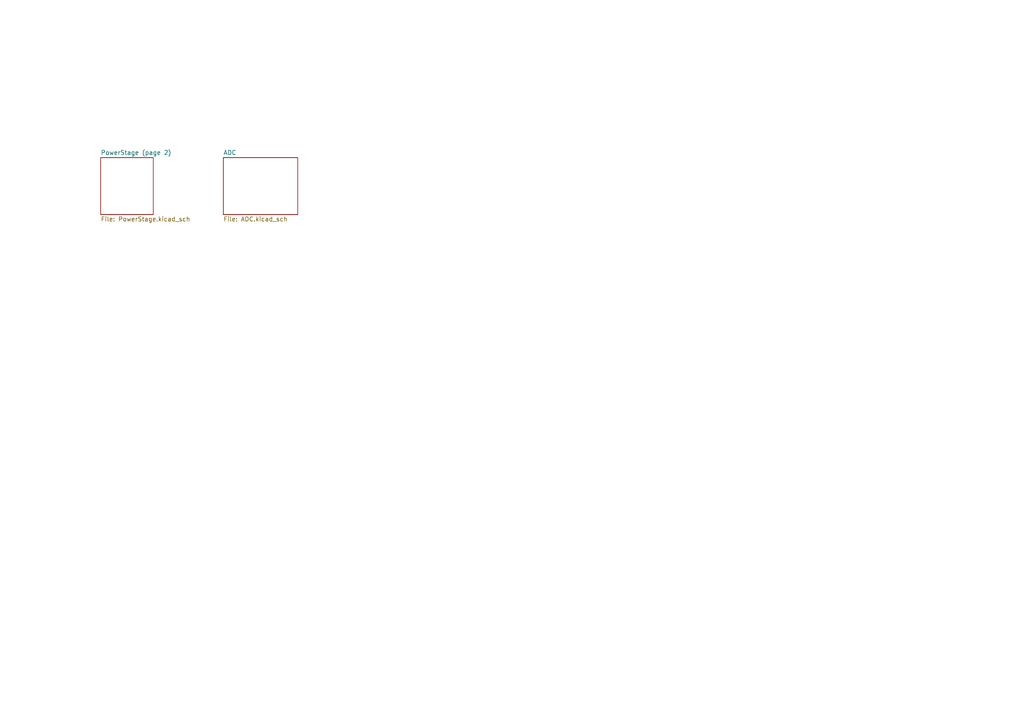
<source format=kicad_sch>
(kicad_sch
	(version 20250114)
	(generator "eeschema")
	(generator_version "9.0")
	(uuid "e730e626-b0ba-4026-9c00-58e2460691fe")
	(paper "A4")
	(lib_symbols)
	(sheet
		(at 64.77 45.72)
		(size 21.59 16.51)
		(exclude_from_sim no)
		(in_bom yes)
		(on_board yes)
		(dnp no)
		(fields_autoplaced yes)
		(stroke
			(width 0.1524)
			(type solid)
		)
		(fill
			(color 0 0 0 0.0000)
		)
		(uuid "98f24844-b8e7-48f1-8251-9b0fee32cc67")
		(property "Sheetname" "ADC"
			(at 64.77 45.0084 0)
			(effects
				(font
					(size 1.27 1.27)
				)
				(justify left bottom)
			)
		)
		(property "Sheetfile" "ADC.kicad_sch"
			(at 64.77 62.8146 0)
			(effects
				(font
					(size 1.27 1.27)
				)
				(justify left top)
			)
		)
		(instances
			(project "ecmd7"
				(path "/e730e626-b0ba-4026-9c00-58e2460691fe"
					(page "3")
				)
			)
		)
	)
	(sheet
		(at 29.21 45.72)
		(size 15.24 16.51)
		(exclude_from_sim no)
		(in_bom yes)
		(on_board yes)
		(dnp no)
		(fields_autoplaced yes)
		(stroke
			(width 0.1524)
			(type solid)
		)
		(fill
			(color 0 0 0 0.0000)
		)
		(uuid "cb54a646-6f0e-4ebd-bca9-0b6549682c31")
		(property "Sheetname" "PowerStage (page 2)"
			(at 29.21 45.0084 0)
			(effects
				(font
					(size 1.27 1.27)
				)
				(justify left bottom)
			)
		)
		(property "Sheetfile" "PowerStage.kicad_sch"
			(at 29.21 62.8146 0)
			(effects
				(font
					(size 1.27 1.27)
				)
				(justify left top)
			)
		)
		(instances
			(project "ecmd7"
				(path "/e730e626-b0ba-4026-9c00-58e2460691fe"
					(page "2")
				)
			)
		)
	)
	(sheet_instances
		(path "/"
			(page "1")
		)
	)
	(embedded_fonts no)
)

</source>
